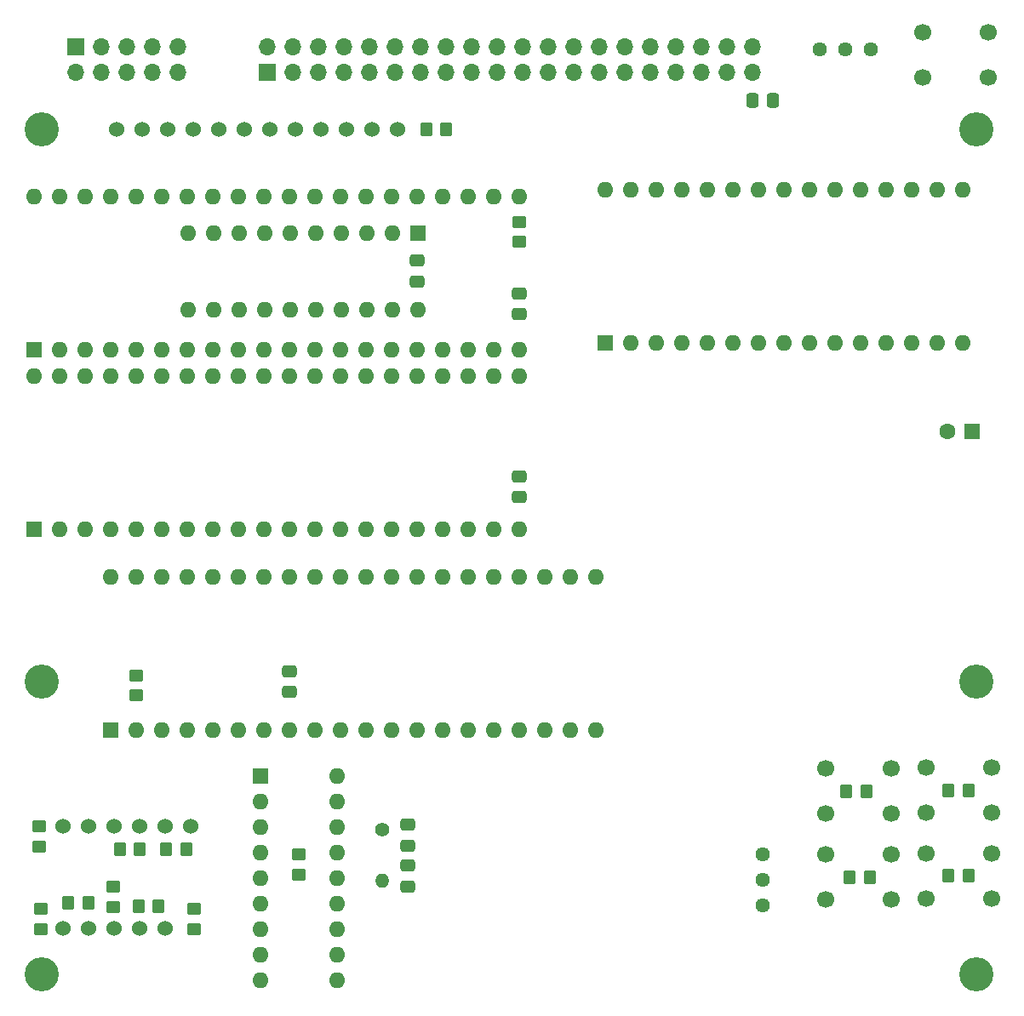
<source format=gbr>
%TF.GenerationSoftware,KiCad,Pcbnew,(5.99.0-7833-g0d57f90982)*%
%TF.CreationDate,2021-09-05T20:23:01+02:00*%
%TF.ProjectId,sbc6526,73626336-3532-4362-9e6b-696361645f70,rev?*%
%TF.SameCoordinates,Original*%
%TF.FileFunction,Soldermask,Bot*%
%TF.FilePolarity,Negative*%
%FSLAX46Y46*%
G04 Gerber Fmt 4.6, Leading zero omitted, Abs format (unit mm)*
G04 Created by KiCad (PCBNEW (5.99.0-7833-g0d57f90982)) date 2021-09-05 20:23:01*
%MOMM*%
%LPD*%
G01*
G04 APERTURE LIST*
G04 Aperture macros list*
%AMRoundRect*
0 Rectangle with rounded corners*
0 $1 Rounding radius*
0 $2 $3 $4 $5 $6 $7 $8 $9 X,Y pos of 4 corners*
0 Add a 4 corners polygon primitive as box body*
4,1,4,$2,$3,$4,$5,$6,$7,$8,$9,$2,$3,0*
0 Add four circle primitives for the rounded corners*
1,1,$1+$1,$2,$3,0*
1,1,$1+$1,$4,$5,0*
1,1,$1+$1,$6,$7,0*
1,1,$1+$1,$8,$9,0*
0 Add four rect primitives between the rounded corners*
20,1,$1+$1,$2,$3,$4,$5,0*
20,1,$1+$1,$4,$5,$6,$7,0*
20,1,$1+$1,$6,$7,$8,$9,0*
20,1,$1+$1,$8,$9,$2,$3,0*%
G04 Aperture macros list end*
%ADD10C,1.440000*%
%ADD11R,1.600000X1.600000*%
%ADD12O,1.600000X1.600000*%
%ADD13C,1.600000*%
%ADD14C,1.524000*%
%ADD15R,1.700000X1.700000*%
%ADD16O,1.700000X1.700000*%
%ADD17C,1.400000*%
%ADD18O,1.400000X1.400000*%
%ADD19C,1.700000*%
%ADD20C,3.400000*%
%ADD21RoundRect,0.250000X0.475000X-0.337500X0.475000X0.337500X-0.475000X0.337500X-0.475000X-0.337500X0*%
%ADD22RoundRect,0.249999X0.350001X0.450001X-0.350001X0.450001X-0.350001X-0.450001X0.350001X-0.450001X0*%
%ADD23RoundRect,0.249999X0.450001X-0.350001X0.450001X0.350001X-0.450001X0.350001X-0.450001X-0.350001X0*%
%ADD24RoundRect,0.249999X-0.350001X-0.450001X0.350001X-0.450001X0.350001X0.450001X-0.350001X0.450001X0*%
%ADD25RoundRect,0.249999X-0.450001X0.350001X-0.450001X-0.350001X0.450001X-0.350001X0.450001X0.350001X0*%
%ADD26RoundRect,0.250000X-0.475000X0.337500X-0.475000X-0.337500X0.475000X-0.337500X0.475000X0.337500X0*%
%ADD27RoundRect,0.250000X-0.337500X-0.475000X0.337500X-0.475000X0.337500X0.475000X-0.337500X0.475000X0*%
G04 APERTURE END LIST*
D10*
%TO.C,P2*%
X185900000Y-54000000D03*
X183360000Y-54000000D03*
X180820000Y-54000000D03*
%TD*%
D11*
%TO.C,NANO1*%
X159500000Y-83200000D03*
D12*
X162040000Y-83200000D03*
X164580000Y-83200000D03*
X167120000Y-83200000D03*
X169660000Y-83200000D03*
X172200000Y-83200000D03*
X174740000Y-83200000D03*
X177280000Y-83200000D03*
X179820000Y-83200000D03*
X182360000Y-83200000D03*
X184900000Y-83200000D03*
X187440000Y-83200000D03*
X189980000Y-83200000D03*
X192520000Y-83200000D03*
X195060000Y-83200000D03*
X195060000Y-67960000D03*
X192520000Y-67960000D03*
X189980000Y-67960000D03*
X187440000Y-67960000D03*
X184900000Y-67960000D03*
X182360000Y-67960000D03*
X179820000Y-67960000D03*
X177280000Y-67960000D03*
X174740000Y-67960000D03*
X172200000Y-67960000D03*
X169660000Y-67960000D03*
X167120000Y-67960000D03*
X164580000Y-67960000D03*
X162040000Y-67960000D03*
X159500000Y-67960000D03*
%TD*%
D11*
%TO.C,U11*%
X140843000Y-72300000D03*
D12*
X138303000Y-72300000D03*
X135763000Y-72300000D03*
X133223000Y-72300000D03*
X130683000Y-72300000D03*
X128143000Y-72300000D03*
X125603000Y-72300000D03*
X123063000Y-72300000D03*
X120523000Y-72300000D03*
X117983000Y-72300000D03*
X117983000Y-79920000D03*
X120523000Y-79920000D03*
X123063000Y-79920000D03*
X125603000Y-79920000D03*
X128143000Y-79920000D03*
X130683000Y-79920000D03*
X133223000Y-79920000D03*
X135763000Y-79920000D03*
X138303000Y-79920000D03*
X140843000Y-79920000D03*
%TD*%
D10*
%TO.C,P1*%
X175133000Y-134112000D03*
X175133000Y-136652000D03*
X175133000Y-139192000D03*
%TD*%
D11*
%TO.C,C14*%
X196000000Y-92000000D03*
D13*
X193500000Y-92000000D03*
%TD*%
D11*
%TO.C,U3*%
X110325000Y-121690000D03*
D12*
X112865000Y-121690000D03*
X115405000Y-121690000D03*
X117945000Y-121690000D03*
X120485000Y-121690000D03*
X123025000Y-121690000D03*
X125565000Y-121690000D03*
X128105000Y-121690000D03*
X130645000Y-121690000D03*
X133185000Y-121690000D03*
X135725000Y-121690000D03*
X138265000Y-121690000D03*
X140805000Y-121690000D03*
X143345000Y-121690000D03*
X145885000Y-121690000D03*
X148425000Y-121690000D03*
X150965000Y-121690000D03*
X153505000Y-121690000D03*
X156045000Y-121690000D03*
X158585000Y-121690000D03*
X158585000Y-106450000D03*
X156045000Y-106450000D03*
X153505000Y-106450000D03*
X150965000Y-106450000D03*
X148425000Y-106450000D03*
X145885000Y-106450000D03*
X143345000Y-106450000D03*
X140805000Y-106450000D03*
X138265000Y-106450000D03*
X135725000Y-106450000D03*
X133185000Y-106450000D03*
X130645000Y-106450000D03*
X128105000Y-106450000D03*
X125565000Y-106450000D03*
X123025000Y-106450000D03*
X120485000Y-106450000D03*
X117945000Y-106450000D03*
X115405000Y-106450000D03*
X112865000Y-106450000D03*
X110325000Y-106450000D03*
%TD*%
D14*
%TO.C,LED1*%
X105570000Y-141440000D03*
X108110000Y-141440000D03*
X110650000Y-141440000D03*
X113190000Y-141440000D03*
X115730000Y-141440000D03*
X105570000Y-131280000D03*
X108110000Y-131280000D03*
X110650000Y-131280000D03*
X113190000Y-131280000D03*
X115730000Y-131280000D03*
X118270000Y-131280000D03*
%TD*%
D15*
%TO.C,J1*%
X106800000Y-53700000D03*
D16*
X106800000Y-56240000D03*
X109340000Y-53700000D03*
X109340000Y-56240000D03*
X111880000Y-53700000D03*
X111880000Y-56240000D03*
X114420000Y-53700000D03*
X114420000Y-56240000D03*
X116960000Y-53700000D03*
X116960000Y-56240000D03*
%TD*%
D17*
%TO.C,Y1*%
X137300000Y-131600000D03*
D18*
X137300000Y-136680000D03*
%TD*%
D11*
%TO.C,PIC1*%
X125200000Y-126300000D03*
D12*
X125200000Y-128840000D03*
X125200000Y-131380000D03*
X125200000Y-133920000D03*
X125200000Y-136460000D03*
X125200000Y-139000000D03*
X125200000Y-141540000D03*
X125200000Y-144080000D03*
X125200000Y-146620000D03*
X132820000Y-146620000D03*
X132820000Y-144080000D03*
X132820000Y-141540000D03*
X132820000Y-139000000D03*
X132820000Y-136460000D03*
X132820000Y-133920000D03*
X132820000Y-131380000D03*
X132820000Y-128840000D03*
X132820000Y-126300000D03*
%TD*%
D15*
%TO.C,EXT6526*%
X125900000Y-56300000D03*
D16*
X125900000Y-53760000D03*
X128440000Y-56300000D03*
X128440000Y-53760000D03*
X130980000Y-56300000D03*
X130980000Y-53760000D03*
X133520000Y-56300000D03*
X133520000Y-53760000D03*
X136060000Y-56300000D03*
X136060000Y-53760000D03*
X138600000Y-56300000D03*
X138600000Y-53760000D03*
X141140000Y-56300000D03*
X141140000Y-53760000D03*
X143680000Y-56300000D03*
X143680000Y-53760000D03*
X146220000Y-56300000D03*
X146220000Y-53760000D03*
X148760000Y-56300000D03*
X148760000Y-53760000D03*
X151300000Y-56300000D03*
X151300000Y-53760000D03*
X153840000Y-56300000D03*
X153840000Y-53760000D03*
X156380000Y-56300000D03*
X156380000Y-53760000D03*
X158920000Y-56300000D03*
X158920000Y-53760000D03*
X161460000Y-56300000D03*
X161460000Y-53760000D03*
X164000000Y-56300000D03*
X164000000Y-53760000D03*
X166540000Y-56300000D03*
X166540000Y-53760000D03*
X169080000Y-56300000D03*
X169080000Y-53760000D03*
X171620000Y-56300000D03*
X171620000Y-53760000D03*
X174160000Y-56300000D03*
X174160000Y-53760000D03*
%TD*%
D11*
%TO.C,U2*%
X102700000Y-101700000D03*
D12*
X105240000Y-101700000D03*
X107780000Y-101700000D03*
X110320000Y-101700000D03*
X112860000Y-101700000D03*
X115400000Y-101700000D03*
X117940000Y-101700000D03*
X120480000Y-101700000D03*
X123020000Y-101700000D03*
X125560000Y-101700000D03*
X128100000Y-101700000D03*
X130640000Y-101700000D03*
X133180000Y-101700000D03*
X135720000Y-101700000D03*
X138260000Y-101700000D03*
X140800000Y-101700000D03*
X143340000Y-101700000D03*
X145880000Y-101700000D03*
X148420000Y-101700000D03*
X150960000Y-101700000D03*
X150960000Y-86460000D03*
X148420000Y-86460000D03*
X145880000Y-86460000D03*
X143340000Y-86460000D03*
X140800000Y-86460000D03*
X138260000Y-86460000D03*
X135720000Y-86460000D03*
X133180000Y-86460000D03*
X130640000Y-86460000D03*
X128100000Y-86460000D03*
X125560000Y-86460000D03*
X123020000Y-86460000D03*
X120480000Y-86460000D03*
X117940000Y-86460000D03*
X115400000Y-86460000D03*
X112860000Y-86460000D03*
X110320000Y-86460000D03*
X107780000Y-86460000D03*
X105240000Y-86460000D03*
X102700000Y-86460000D03*
%TD*%
D19*
%TO.C,SW1*%
X181420000Y-125490000D03*
X187920000Y-125490000D03*
X181420000Y-129990000D03*
X187920000Y-129990000D03*
%TD*%
%TO.C,SW2*%
X181440000Y-134050000D03*
X187940000Y-134050000D03*
X181440000Y-138550000D03*
X187940000Y-138550000D03*
%TD*%
%TO.C,SW3*%
X191400000Y-133970000D03*
X197900000Y-133970000D03*
X191400000Y-138470000D03*
X197900000Y-138470000D03*
%TD*%
%TO.C,SW4*%
X191420000Y-125450000D03*
X197920000Y-125450000D03*
X191420000Y-129950000D03*
X197920000Y-129950000D03*
%TD*%
%TO.C,SW5*%
X197600000Y-56800000D03*
X191100000Y-56800000D03*
X197600000Y-52300000D03*
X191100000Y-52300000D03*
%TD*%
D20*
%TO.C,LCD1*%
X103425000Y-116925000D03*
X196425000Y-116925000D03*
X196425000Y-61925000D03*
X103425000Y-61925000D03*
D14*
X110935000Y-61965000D03*
X113475000Y-61965000D03*
X116015000Y-61965000D03*
X118555000Y-61965000D03*
X121095000Y-61965000D03*
X123635000Y-61965000D03*
X126175000Y-61965000D03*
X128715000Y-61965000D03*
X131255000Y-61965000D03*
X133795000Y-61965000D03*
X136335000Y-61965000D03*
X138875000Y-61965000D03*
%TD*%
D11*
%TO.C,U1*%
X102700000Y-83850000D03*
D12*
X105240000Y-83850000D03*
X107780000Y-83850000D03*
X110320000Y-83850000D03*
X112860000Y-83850000D03*
X115400000Y-83850000D03*
X117940000Y-83850000D03*
X120480000Y-83850000D03*
X123020000Y-83850000D03*
X125560000Y-83850000D03*
X128100000Y-83850000D03*
X130640000Y-83850000D03*
X133180000Y-83850000D03*
X135720000Y-83850000D03*
X138260000Y-83850000D03*
X140800000Y-83850000D03*
X143340000Y-83850000D03*
X145880000Y-83850000D03*
X148420000Y-83850000D03*
X150960000Y-83850000D03*
X150960000Y-68610000D03*
X148420000Y-68610000D03*
X145880000Y-68610000D03*
X143340000Y-68610000D03*
X140800000Y-68610000D03*
X138260000Y-68610000D03*
X135720000Y-68610000D03*
X133180000Y-68610000D03*
X130640000Y-68610000D03*
X128100000Y-68610000D03*
X125560000Y-68610000D03*
X123020000Y-68610000D03*
X120480000Y-68610000D03*
X117940000Y-68610000D03*
X115400000Y-68610000D03*
X112860000Y-68610000D03*
X110320000Y-68610000D03*
X107780000Y-68610000D03*
X105240000Y-68610000D03*
X102700000Y-68610000D03*
%TD*%
D20*
%TO.C,*%
X196425000Y-146050000D03*
%TD*%
%TO.C,*%
X103425000Y-146050000D03*
%TD*%
D21*
%TO.C,C1*%
X150964900Y-80324200D03*
X150964900Y-78249200D03*
%TD*%
%TO.C,C3*%
X128100000Y-117925000D03*
X128100000Y-115850000D03*
%TD*%
%TO.C,C11*%
X140800000Y-77050000D03*
X140800000Y-74975000D03*
%TD*%
D22*
%TO.C,R10*%
X143675000Y-61975000D03*
X141675000Y-61975000D03*
%TD*%
D23*
%TO.C,R11*%
X112875000Y-118250000D03*
X112875000Y-116250000D03*
%TD*%
D24*
%TO.C,R15*%
X183480000Y-127820000D03*
X185480000Y-127820000D03*
%TD*%
%TO.C,R16*%
X183810000Y-136340000D03*
X185810000Y-136340000D03*
%TD*%
%TO.C,R17*%
X193620000Y-136210000D03*
X195620000Y-136210000D03*
%TD*%
%TO.C,R18*%
X193640000Y-127680000D03*
X195640000Y-127680000D03*
%TD*%
D25*
%TO.C,R19*%
X150975000Y-71125000D03*
X150975000Y-73125000D03*
%TD*%
D21*
%TO.C,C2*%
X150950000Y-98525000D03*
X150950000Y-96450000D03*
%TD*%
%TO.C,C6*%
X139850000Y-137275000D03*
X139850000Y-135200000D03*
%TD*%
D26*
%TO.C,C5*%
X139850000Y-131112500D03*
X139850000Y-133187500D03*
%TD*%
D25*
%TO.C,R2*%
X110600000Y-137300000D03*
X110600000Y-139300000D03*
%TD*%
D24*
%TO.C,R5*%
X111200000Y-133600000D03*
X113200000Y-133600000D03*
%TD*%
%TO.C,R1*%
X106100000Y-138900000D03*
X108100000Y-138900000D03*
%TD*%
D25*
%TO.C,R6*%
X118600000Y-139500000D03*
X118600000Y-141500000D03*
%TD*%
D22*
%TO.C,R3*%
X115062000Y-139200000D03*
X113062000Y-139200000D03*
%TD*%
%TO.C,R7*%
X117800000Y-133600000D03*
X115800000Y-133600000D03*
%TD*%
D23*
%TO.C,R8*%
X103200000Y-133300000D03*
X103200000Y-131300000D03*
%TD*%
%TO.C,R9*%
X129000000Y-136100000D03*
X129000000Y-134100000D03*
%TD*%
D25*
%TO.C,R4*%
X103378000Y-139500000D03*
X103378000Y-141500000D03*
%TD*%
D27*
%TO.C,CEXT1*%
X174137500Y-59075000D03*
X176212500Y-59075000D03*
%TD*%
M02*

</source>
